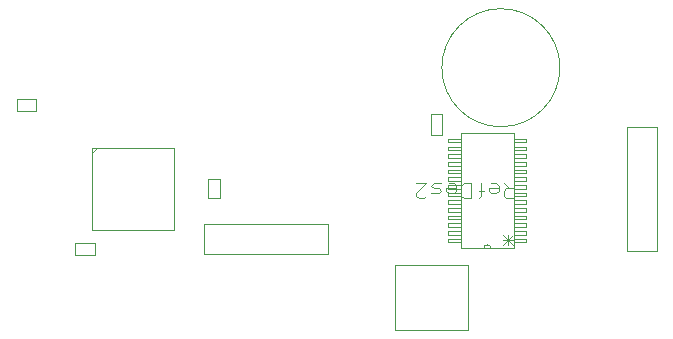
<source format=gbr>
G04*
G04 #@! TF.GenerationSoftware,Altium Limited,Altium Designer,25.8.1 (18)*
G04*
G04 Layer_Color=16711935*
%FSLAX25Y25*%
%MOIN*%
G70*
G04*
G04 #@! TF.SameCoordinates,4BE62294-00A5-47EF-9B78-CB70749D35C4*
G04*
G04*
G04 #@! TF.FilePolarity,Positive*
G04*
G01*
G75*
%ADD14C,0.00300*%
%ADD77C,0.00394*%
%ADD80C,0.00000*%
%ADD81C,0.00100*%
D14*
X67349Y-18730D02*
X64017Y-15398D01*
X67349D02*
X64017Y-18730D01*
X67349Y-17064D02*
X64017D01*
X65683Y-15398D02*
Y-18730D01*
X67499Y1935D02*
Y-3063D01*
X65000D01*
X64167Y-2230D01*
Y-564D01*
X65000Y269D01*
X67499D01*
X65833D02*
X64167Y1935D01*
X60001D02*
X61668D01*
X62501Y1102D01*
Y-564D01*
X61668Y-1397D01*
X60001D01*
X59168Y-564D01*
Y269D01*
X62501D01*
X56669Y1935D02*
Y-2230D01*
Y-564D01*
X57502D01*
X55836D01*
X56669D01*
Y-2230D01*
X55836Y-3063D01*
X53337D02*
Y1935D01*
X50838D01*
X50005Y1102D01*
Y-2230D01*
X50838Y-3063D01*
X53337D01*
X45839Y1935D02*
X47505D01*
X48338Y1102D01*
Y-564D01*
X47505Y-1397D01*
X45839D01*
X45006Y-564D01*
Y269D01*
X48338D01*
X43340Y1935D02*
X40841D01*
X40008Y1102D01*
X40841Y269D01*
X42507D01*
X43340Y-564D01*
X42507Y-1397D01*
X40008D01*
X35009Y1935D02*
X38342D01*
X35009Y-1397D01*
Y-2230D01*
X35842Y-3063D01*
X37509D01*
X38342Y-2230D01*
D77*
X82960Y40397D02*
G03*
X82960Y40397I-19685J0D01*
G01*
X105273Y-20718D02*
Y20778D01*
Y-20718D02*
X115273Y-20718D01*
X115273Y20778D01*
X105273Y20778D02*
X115273Y20778D01*
X-35786Y-21647D02*
Y-11647D01*
X5710D01*
Y-21647D02*
Y-11647D01*
X-35786Y-21647D02*
X5710D01*
X39977Y18028D02*
Y24917D01*
X43717Y18028D02*
Y24917D01*
X39977Y18028D02*
X43717D01*
X39977Y24917D02*
X43717D01*
X28020Y-25334D02*
X52430D01*
Y-47145D02*
Y-25334D01*
X28020Y-47145D02*
Y-25334D01*
Y-47145D02*
X52430D01*
X-34199Y3365D02*
X-30459D01*
X-34199Y-3131D02*
X-30459D01*
Y3365D01*
X-34199Y-3131D02*
Y3365D01*
X-72152Y-21870D02*
Y-18130D01*
X-78648Y-21870D02*
Y-18130D01*
X-72152D01*
X-78648Y-21870D02*
X-72152D01*
X-98148Y26130D02*
Y29870D01*
X-91652Y26130D02*
Y29870D01*
X-98148Y26130D02*
X-91652D01*
X-98148Y29870D02*
X-91652D01*
X-73180Y-13780D02*
Y13780D01*
Y-13780D02*
X-45621D01*
Y13780D01*
X-73180D02*
X-45621D01*
X-73180Y11811D02*
X-71211Y13780D01*
D80*
X59949Y-19865D02*
G03*
X57549Y-19865I-1200J0D01*
G01*
D81*
X67599Y-17798D02*
Y-16598D01*
Y-17798D02*
X71749D01*
Y-16598D01*
X67599D02*
X71749D01*
X67599Y-15239D02*
Y-14039D01*
Y-15239D02*
X71749D01*
Y-14039D01*
X67599D02*
X71749D01*
X67599Y-12680D02*
Y-11480D01*
Y-12680D02*
X71749D01*
Y-11480D01*
X67599D02*
X71749D01*
X67599Y-10121D02*
Y-8921D01*
Y-10121D02*
X71749D01*
Y-8921D01*
X67599D02*
X71749D01*
X67599Y-7562D02*
Y-6362D01*
Y-7562D02*
X71749D01*
Y-6362D01*
X67599D02*
X71749D01*
X67599Y-5003D02*
Y-3803D01*
Y-5003D02*
X71749D01*
Y-3803D01*
X67599D02*
X71749D01*
X67599Y-2444D02*
Y-1244D01*
Y-2444D02*
X71749D01*
Y-1244D01*
X67599D02*
X71749D01*
X67599Y115D02*
Y1315D01*
Y115D02*
X71749D01*
Y1315D01*
X67599D02*
X71749D01*
X67599Y2674D02*
Y3874D01*
Y2674D02*
X71749D01*
Y3874D01*
X67599D02*
X71749D01*
X67599Y5233D02*
Y6433D01*
Y5233D02*
X71749D01*
Y6433D01*
X67599D02*
X71749D01*
X67599Y7792D02*
Y8992D01*
Y7792D02*
X71749D01*
Y8992D01*
X67599D02*
X71749D01*
X67599Y10351D02*
Y11551D01*
Y10351D02*
X71749D01*
Y11551D01*
X67599D02*
X71749D01*
X67599Y12910D02*
Y14110D01*
Y12910D02*
X71749D01*
Y14110D01*
X67599D02*
X71749D01*
X67599Y15469D02*
Y16669D01*
Y15469D02*
X71749D01*
Y16669D01*
X67599D02*
X71749D01*
X49899Y15469D02*
Y16669D01*
X45749D02*
X49899D01*
X45749Y15469D02*
Y16669D01*
Y15469D02*
X49899D01*
Y12910D02*
Y14110D01*
X45749D02*
X49899D01*
X45749Y12910D02*
Y14110D01*
Y12910D02*
X49899D01*
Y10351D02*
Y11551D01*
X45749D02*
X49899D01*
X45749Y10351D02*
Y11551D01*
Y10351D02*
X49899D01*
Y7792D02*
Y8992D01*
X45749D02*
X49899D01*
X45749Y7792D02*
Y8992D01*
Y7792D02*
X49899D01*
Y5233D02*
Y6433D01*
X45749D02*
X49899D01*
X45749Y5233D02*
Y6433D01*
Y5233D02*
X49899D01*
Y2674D02*
Y3874D01*
X45749D02*
X49899D01*
X45749Y2674D02*
Y3874D01*
Y2674D02*
X49899D01*
Y115D02*
Y1315D01*
X45749D02*
X49899D01*
X45749Y115D02*
Y1315D01*
Y115D02*
X49899D01*
Y-2444D02*
Y-1244D01*
X45749D02*
X49899D01*
X45749Y-2444D02*
Y-1244D01*
Y-2444D02*
X49899D01*
Y-5003D02*
Y-3803D01*
X45749D02*
X49899D01*
X45749Y-5003D02*
Y-3803D01*
Y-5003D02*
X49899D01*
Y-7562D02*
Y-6362D01*
X45749D02*
X49899D01*
X45749Y-7562D02*
Y-6362D01*
Y-7562D02*
X49899D01*
Y-10121D02*
Y-8921D01*
X45749D02*
X49899D01*
X45749Y-10121D02*
Y-8921D01*
Y-10121D02*
X49899D01*
Y-12680D02*
Y-11480D01*
X45749D02*
X49899D01*
X45749Y-12680D02*
Y-11480D01*
Y-12680D02*
X49899D01*
Y-15239D02*
Y-14039D01*
X45749D02*
X49899D01*
X45749Y-15239D02*
Y-14039D01*
Y-15239D02*
X49899D01*
Y-17798D02*
Y-16598D01*
X45749D02*
X49899D01*
X45749Y-17798D02*
Y-16598D01*
Y-17798D02*
X49899D01*
Y18735D02*
X67599D01*
X49899Y-19865D02*
Y18735D01*
Y-19865D02*
X67599D01*
Y18735D01*
M02*

</source>
